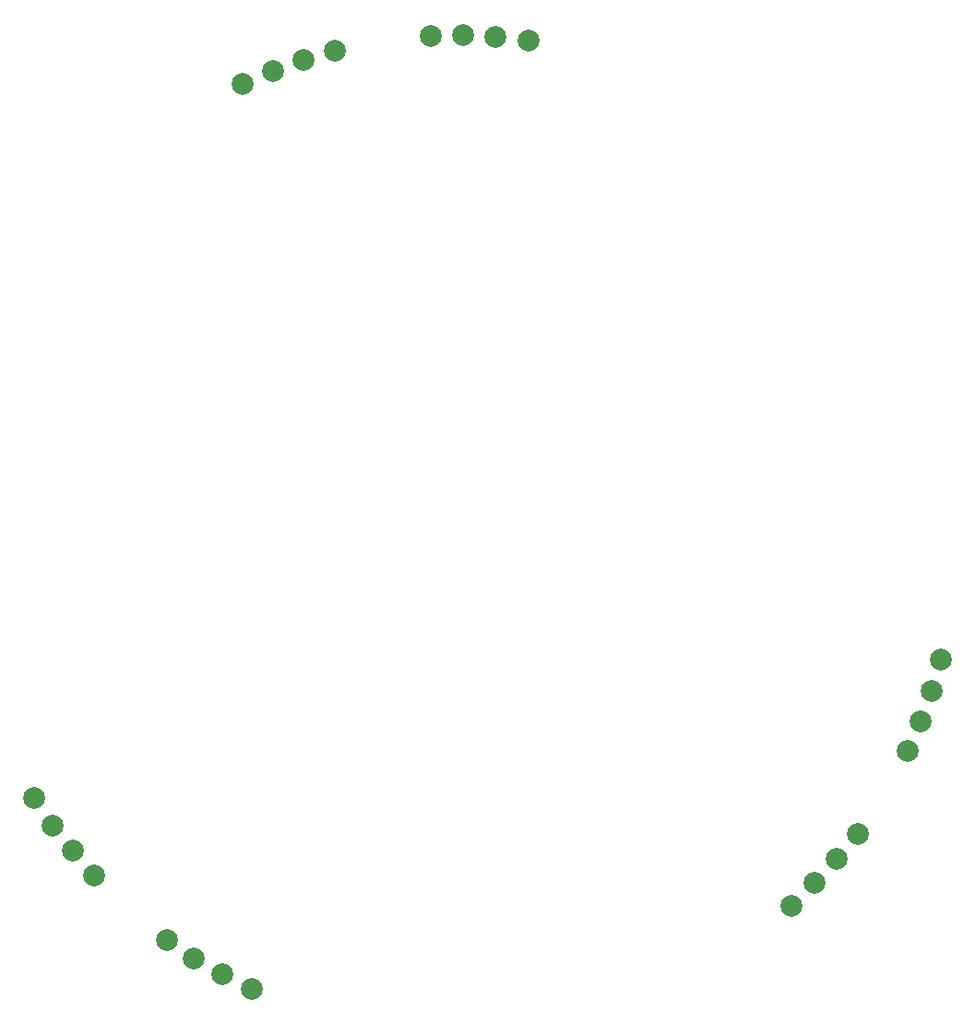
<source format=gbr>
%TF.GenerationSoftware,KiCad,Pcbnew,9.0.4*%
%TF.CreationDate,2025-09-29T12:29:07-05:00*%
%TF.ProjectId,Radial_Winding_Stator,52616469-616c-45f5-9769-6e64696e675f,rev?*%
%TF.SameCoordinates,Original*%
%TF.FileFunction,Soldermask,Bot*%
%TF.FilePolarity,Negative*%
%FSLAX46Y46*%
G04 Gerber Fmt 4.6, Leading zero omitted, Abs format (unit mm)*
G04 Created by KiCad (PCBNEW 9.0.4) date 2025-09-29 12:29:07*
%MOMM*%
%LPD*%
G01*
G04 APERTURE LIST*
%ADD10C,2.000000*%
G04 APERTURE END LIST*
D10*
%TO.C,HAp0*%
X113252064Y-50674560D03*
%TD*%
%TO.C,HCn1*%
X111376032Y-132363230D03*
%TD*%
%TO.C,HC01*%
X99585951Y-123306336D03*
%TD*%
%TO.C,HAn0*%
X133478879Y-46171618D03*
%TD*%
%TO.C,HCp1*%
X95764736Y-118695585D03*
%TD*%
%TO.C,HBn2*%
X175465021Y-109149311D03*
%TD*%
%TO.C,HCp0*%
X97624178Y-121053964D03*
%TD*%
%TO.C,HAn2*%
X139452159Y-46640673D03*
%TD*%
%TO.C,HA01*%
X130466398Y-46248481D03*
%TD*%
%TO.C,HB12*%
X174255102Y-111901281D03*
%TD*%
%TO.C,HBn1*%
X176501661Y-106335809D03*
%TD*%
%TO.C,HBp0*%
X167796853Y-121786792D03*
%TD*%
%TO.C,HBp1*%
X165767942Y-123985537D03*
%TD*%
%TO.C,HAp1*%
X115994304Y-49466207D03*
%TD*%
%TO.C,HCp2*%
X94100000Y-116200000D03*
%TD*%
%TO.C,HCn0*%
X114074655Y-133694494D03*
%TD*%
%TO.C,HAp2*%
X118809824Y-48436639D03*
%TD*%
%TO.C,HBp2*%
X163576732Y-126072329D03*
%TD*%
%TO.C,HB01*%
X169683459Y-119464891D03*
%TD*%
%TO.C,HBn0*%
X177357024Y-103471903D03*
%TD*%
%TO.C,HAn1*%
X136475486Y-46314879D03*
%TD*%
%TO.C,HC12*%
X106266112Y-129243806D03*
%TD*%
%TO.C,HCn2*%
X108778239Y-130888158D03*
%TD*%
%TO.C,HA12*%
X121680161Y-47579070D03*
%TD*%
M02*

</source>
